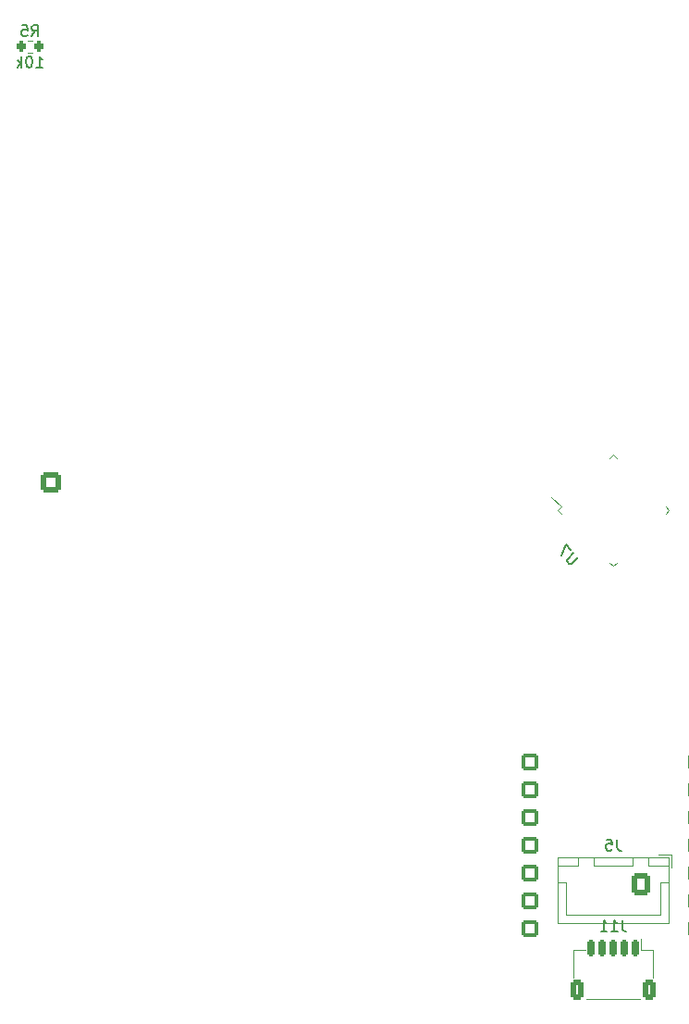
<source format=gbo>
G04 #@! TF.GenerationSoftware,KiCad,Pcbnew,7.0.9*
G04 #@! TF.CreationDate,2024-02-22T22:00:58+08:00*
G04 #@! TF.ProjectId,layer3,6c617965-7233-42e6-9b69-6361645f7063,0.1*
G04 #@! TF.SameCoordinates,Original*
G04 #@! TF.FileFunction,Legend,Bot*
G04 #@! TF.FilePolarity,Positive*
%FSLAX46Y46*%
G04 Gerber Fmt 4.6, Leading zero omitted, Abs format (unit mm)*
G04 Created by KiCad (PCBNEW 7.0.9) date 2024-02-22 22:00:58*
%MOMM*%
%LPD*%
G01*
G04 APERTURE LIST*
G04 Aperture macros list*
%AMRoundRect*
0 Rectangle with rounded corners*
0 $1 Rounding radius*
0 $2 $3 $4 $5 $6 $7 $8 $9 X,Y pos of 4 corners*
0 Add a 4 corners polygon primitive as box body*
4,1,4,$2,$3,$4,$5,$6,$7,$8,$9,$2,$3,0*
0 Add four circle primitives for the rounded corners*
1,1,$1+$1,$2,$3*
1,1,$1+$1,$4,$5*
1,1,$1+$1,$6,$7*
1,1,$1+$1,$8,$9*
0 Add four rect primitives between the rounded corners*
20,1,$1+$1,$2,$3,$4,$5,0*
20,1,$1+$1,$4,$5,$6,$7,0*
20,1,$1+$1,$6,$7,$8,$9,0*
20,1,$1+$1,$8,$9,$2,$3,0*%
G04 Aperture macros list end*
%ADD10C,0.150000*%
%ADD11C,0.120000*%
%ADD12RoundRect,0.250200X0.887643X0.237843X-0.237843X0.887643X-0.887643X-0.237843X0.237843X-0.887643X0*%
%ADD13C,1.800000*%
%ADD14RoundRect,0.250200X0.649800X-0.649800X0.649800X0.649800X-0.649800X0.649800X-0.649800X-0.649800X0*%
%ADD15R,1.700000X1.700000*%
%ADD16O,1.700000X1.700000*%
%ADD17C,6.400000*%
%ADD18RoundRect,0.250200X-0.795839X0.459478X-0.459478X-0.795839X0.795839X-0.459478X0.459478X0.795839X0*%
%ADD19RoundRect,0.250200X0.887643X-0.237843X0.237843X0.887643X-0.887643X0.237843X-0.237843X-0.887643X0*%
%ADD20RoundRect,0.150000X-0.600000X-0.600000X0.600000X-0.600000X0.600000X0.600000X-0.600000X0.600000X0*%
%ADD21RoundRect,0.150000X0.600000X0.600000X-0.600000X0.600000X-0.600000X-0.600000X0.600000X-0.600000X0*%
%ADD22C,2.082800*%
%ADD23RoundRect,0.250200X0.459478X-0.795839X0.795839X0.459478X-0.459478X0.795839X-0.795839X-0.459478X0*%
%ADD24RoundRect,0.250200X-0.237843X0.887643X-0.887643X-0.237843X0.237843X-0.887643X0.887643X0.237843X0*%
%ADD25RoundRect,0.250200X0.795839X0.459478X-0.459478X0.795839X-0.795839X-0.459478X0.459478X-0.795839X0*%
%ADD26C,1.530000*%
%ADD27RoundRect,0.250200X-0.649800X0.649800X-0.649800X-0.649800X0.649800X-0.649800X0.649800X0.649800X0*%
%ADD28RoundRect,0.250200X0.000000X-0.918956X0.918956X0.000000X0.000000X0.918956X-0.918956X0.000000X0*%
%ADD29RoundRect,0.250200X0.649800X0.649800X-0.649800X0.649800X-0.649800X-0.649800X0.649800X-0.649800X0*%
%ADD30C,1.778000*%
%ADD31RoundRect,0.250200X-0.237843X-0.887643X0.887643X-0.237843X0.237843X0.887643X-0.887643X0.237843X0*%
%ADD32RoundRect,0.250200X-0.887643X-0.237843X0.237843X-0.887643X0.887643X0.237843X-0.237843X0.887643X0*%
%ADD33RoundRect,0.250200X0.237843X-0.887643X0.887643X0.237843X-0.237843X0.887643X-0.887643X-0.237843X0*%
%ADD34RoundRect,0.250200X0.459478X0.795839X-0.795839X0.459478X-0.459478X-0.795839X0.795839X-0.459478X0*%
%ADD35RoundRect,0.250200X-0.459478X-0.795839X0.795839X-0.459478X0.459478X0.795839X-0.795839X0.459478X0*%
%ADD36RoundRect,0.250200X-0.887643X0.237843X-0.237843X-0.887643X0.887643X-0.237843X0.237843X0.887643X0*%
%ADD37RoundRect,0.250200X0.000000X0.918956X-0.918956X0.000000X0.000000X-0.918956X0.918956X0.000000X0*%
%ADD38RoundRect,0.250200X0.918956X0.000000X0.000000X0.918956X-0.918956X0.000000X0.000000X-0.918956X0*%
%ADD39RoundRect,0.250200X-0.795839X-0.459478X0.459478X-0.795839X0.795839X0.459478X-0.459478X0.795839X0*%
%ADD40C,3.703200*%
%ADD41C,0.800000*%
%ADD42RoundRect,0.250200X0.237843X0.887643X-0.887643X0.237843X-0.237843X-0.887643X0.887643X-0.237843X0*%
%ADD43RoundRect,0.250200X-0.459478X0.795839X-0.795839X-0.459478X0.459478X-0.795839X0.795839X0.459478X0*%
%ADD44RoundRect,0.250200X-0.649800X-0.649800X0.649800X-0.649800X0.649800X0.649800X-0.649800X0.649800X0*%
%ADD45RoundRect,0.250200X-0.918956X0.000000X0.000000X-0.918956X0.918956X0.000000X0.000000X0.918956X0*%
%ADD46RoundRect,0.250200X0.795839X-0.459478X0.459478X0.795839X-0.795839X0.459478X-0.459478X-0.795839X0*%
%ADD47RoundRect,0.200000X0.200000X0.275000X-0.200000X0.275000X-0.200000X-0.275000X0.200000X-0.275000X0*%
%ADD48RoundRect,0.150000X0.150000X0.625000X-0.150000X0.625000X-0.150000X-0.625000X0.150000X-0.625000X0*%
%ADD49RoundRect,0.250000X0.350000X0.650000X-0.350000X0.650000X-0.350000X-0.650000X0.350000X-0.650000X0*%
%ADD50RoundRect,0.075000X-0.521491X0.415425X0.415425X-0.521491X0.521491X-0.415425X-0.415425X0.521491X0*%
%ADD51RoundRect,0.075000X-0.521491X-0.415425X-0.415425X-0.521491X0.521491X0.415425X0.415425X0.521491X0*%
%ADD52RoundRect,0.250000X0.600000X0.725000X-0.600000X0.725000X-0.600000X-0.725000X0.600000X-0.725000X0*%
%ADD53O,1.700000X1.950000*%
G04 APERTURE END LIST*
D10*
X51766666Y-61624819D02*
X52099999Y-61148628D01*
X52338094Y-61624819D02*
X52338094Y-60624819D01*
X52338094Y-60624819D02*
X51957142Y-60624819D01*
X51957142Y-60624819D02*
X51861904Y-60672438D01*
X51861904Y-60672438D02*
X51814285Y-60720057D01*
X51814285Y-60720057D02*
X51766666Y-60815295D01*
X51766666Y-60815295D02*
X51766666Y-60958152D01*
X51766666Y-60958152D02*
X51814285Y-61053390D01*
X51814285Y-61053390D02*
X51861904Y-61101009D01*
X51861904Y-61101009D02*
X51957142Y-61148628D01*
X51957142Y-61148628D02*
X52338094Y-61148628D01*
X50861904Y-60624819D02*
X51338094Y-60624819D01*
X51338094Y-60624819D02*
X51385713Y-61101009D01*
X51385713Y-61101009D02*
X51338094Y-61053390D01*
X51338094Y-61053390D02*
X51242856Y-61005771D01*
X51242856Y-61005771D02*
X51004761Y-61005771D01*
X51004761Y-61005771D02*
X50909523Y-61053390D01*
X50909523Y-61053390D02*
X50861904Y-61101009D01*
X50861904Y-61101009D02*
X50814285Y-61196247D01*
X50814285Y-61196247D02*
X50814285Y-61434342D01*
X50814285Y-61434342D02*
X50861904Y-61529580D01*
X50861904Y-61529580D02*
X50909523Y-61577200D01*
X50909523Y-61577200D02*
X51004761Y-61624819D01*
X51004761Y-61624819D02*
X51242856Y-61624819D01*
X51242856Y-61624819D02*
X51338094Y-61577200D01*
X51338094Y-61577200D02*
X51385713Y-61529580D01*
X52195238Y-64484819D02*
X52766666Y-64484819D01*
X52480952Y-64484819D02*
X52480952Y-63484819D01*
X52480952Y-63484819D02*
X52576190Y-63627676D01*
X52576190Y-63627676D02*
X52671428Y-63722914D01*
X52671428Y-63722914D02*
X52766666Y-63770533D01*
X51576190Y-63484819D02*
X51480952Y-63484819D01*
X51480952Y-63484819D02*
X51385714Y-63532438D01*
X51385714Y-63532438D02*
X51338095Y-63580057D01*
X51338095Y-63580057D02*
X51290476Y-63675295D01*
X51290476Y-63675295D02*
X51242857Y-63865771D01*
X51242857Y-63865771D02*
X51242857Y-64103866D01*
X51242857Y-64103866D02*
X51290476Y-64294342D01*
X51290476Y-64294342D02*
X51338095Y-64389580D01*
X51338095Y-64389580D02*
X51385714Y-64437200D01*
X51385714Y-64437200D02*
X51480952Y-64484819D01*
X51480952Y-64484819D02*
X51576190Y-64484819D01*
X51576190Y-64484819D02*
X51671428Y-64437200D01*
X51671428Y-64437200D02*
X51719047Y-64389580D01*
X51719047Y-64389580D02*
X51766666Y-64294342D01*
X51766666Y-64294342D02*
X51814285Y-64103866D01*
X51814285Y-64103866D02*
X51814285Y-63865771D01*
X51814285Y-63865771D02*
X51766666Y-63675295D01*
X51766666Y-63675295D02*
X51719047Y-63580057D01*
X51719047Y-63580057D02*
X51671428Y-63532438D01*
X51671428Y-63532438D02*
X51576190Y-63484819D01*
X50814285Y-64484819D02*
X50814285Y-63484819D01*
X50719047Y-64103866D02*
X50433333Y-64484819D01*
X50433333Y-63818152D02*
X50814285Y-64199104D01*
X105809523Y-142474819D02*
X105809523Y-143189104D01*
X105809523Y-143189104D02*
X105857142Y-143331961D01*
X105857142Y-143331961D02*
X105952380Y-143427200D01*
X105952380Y-143427200D02*
X106095237Y-143474819D01*
X106095237Y-143474819D02*
X106190475Y-143474819D01*
X104809523Y-143474819D02*
X105380951Y-143474819D01*
X105095237Y-143474819D02*
X105095237Y-142474819D01*
X105095237Y-142474819D02*
X105190475Y-142617676D01*
X105190475Y-142617676D02*
X105285713Y-142712914D01*
X105285713Y-142712914D02*
X105380951Y-142760533D01*
X103857142Y-143474819D02*
X104428570Y-143474819D01*
X104142856Y-143474819D02*
X104142856Y-142474819D01*
X104142856Y-142474819D02*
X104238094Y-142617676D01*
X104238094Y-142617676D02*
X104333332Y-142712914D01*
X104333332Y-142712914D02*
X104428570Y-142760533D01*
X101787674Y-109289821D02*
X101215254Y-109862241D01*
X101215254Y-109862241D02*
X101114239Y-109895913D01*
X101114239Y-109895913D02*
X101046895Y-109895913D01*
X101046895Y-109895913D02*
X100945880Y-109862241D01*
X100945880Y-109862241D02*
X100811193Y-109727554D01*
X100811193Y-109727554D02*
X100777521Y-109626539D01*
X100777521Y-109626539D02*
X100777521Y-109559195D01*
X100777521Y-109559195D02*
X100811193Y-109458180D01*
X100811193Y-109458180D02*
X101383613Y-108885760D01*
X101114239Y-108616386D02*
X100642834Y-108144982D01*
X100642834Y-108144982D02*
X100238773Y-109155134D01*
X105333333Y-135104819D02*
X105333333Y-135819104D01*
X105333333Y-135819104D02*
X105380952Y-135961961D01*
X105380952Y-135961961D02*
X105476190Y-136057200D01*
X105476190Y-136057200D02*
X105619047Y-136104819D01*
X105619047Y-136104819D02*
X105714285Y-136104819D01*
X104380952Y-135104819D02*
X104857142Y-135104819D01*
X104857142Y-135104819D02*
X104904761Y-135581009D01*
X104904761Y-135581009D02*
X104857142Y-135533390D01*
X104857142Y-135533390D02*
X104761904Y-135485771D01*
X104761904Y-135485771D02*
X104523809Y-135485771D01*
X104523809Y-135485771D02*
X104428571Y-135533390D01*
X104428571Y-135533390D02*
X104380952Y-135581009D01*
X104380952Y-135581009D02*
X104333333Y-135676247D01*
X104333333Y-135676247D02*
X104333333Y-135914342D01*
X104333333Y-135914342D02*
X104380952Y-136009580D01*
X104380952Y-136009580D02*
X104428571Y-136057200D01*
X104428571Y-136057200D02*
X104523809Y-136104819D01*
X104523809Y-136104819D02*
X104761904Y-136104819D01*
X104761904Y-136104819D02*
X104857142Y-136057200D01*
X104857142Y-136057200D02*
X104904761Y-136009580D01*
D11*
X51837258Y-63122500D02*
X51362742Y-63122500D01*
X51837258Y-62077500D02*
X51362742Y-62077500D01*
X108610000Y-147715000D02*
X108610000Y-145215000D01*
X108610000Y-145215000D02*
X107560000Y-145215000D01*
X107560000Y-145215000D02*
X107560000Y-144225000D01*
X107440000Y-149685000D02*
X102560000Y-149685000D01*
X101390000Y-147715000D02*
X101390000Y-145215000D01*
X101390000Y-145215000D02*
X102440000Y-145215000D01*
X105000000Y-99894689D02*
X104681802Y-100212887D01*
X100212887Y-104681802D02*
X99300719Y-103769634D01*
X99894689Y-105000000D02*
X100212887Y-104681802D01*
X105318198Y-100212887D02*
X105000000Y-99894689D01*
X100212887Y-105318198D02*
X99894689Y-105000000D01*
X109787113Y-104681802D02*
X110105311Y-105000000D01*
X104681802Y-109787113D02*
X105000000Y-110105311D01*
X110105311Y-105000000D02*
X109787113Y-105318198D01*
X105000000Y-110105311D02*
X105318198Y-109787113D01*
X110350000Y-136450000D02*
X110350000Y-137700000D01*
X110060000Y-142710000D02*
X99940000Y-142710000D01*
X110060000Y-136740000D02*
X110060000Y-142710000D01*
X110050000Y-139000000D02*
X109300000Y-139000000D01*
X110050000Y-137500000D02*
X108250000Y-137500000D01*
X110050000Y-136750000D02*
X110050000Y-137500000D01*
X109300000Y-141950000D02*
X105000000Y-141950000D01*
X109300000Y-139000000D02*
X109300000Y-141950000D01*
X109100000Y-136450000D02*
X110350000Y-136450000D01*
X108250000Y-137500000D02*
X108250000Y-136750000D01*
X108250000Y-136750000D02*
X110050000Y-136750000D01*
X106750000Y-137500000D02*
X103250000Y-137500000D01*
X106750000Y-136750000D02*
X106750000Y-137500000D01*
X103250000Y-137500000D02*
X103250000Y-136750000D01*
X103250000Y-136750000D02*
X106750000Y-136750000D01*
X101750000Y-137500000D02*
X99950000Y-137500000D01*
X101750000Y-136750000D02*
X101750000Y-137500000D01*
X100700000Y-141950000D02*
X105000000Y-141950000D01*
X100700000Y-139000000D02*
X100700000Y-141950000D01*
X99950000Y-139000000D02*
X100700000Y-139000000D01*
X99950000Y-137500000D02*
X99950000Y-136750000D01*
X99950000Y-136750000D02*
X101750000Y-136750000D01*
X99940000Y-142710000D02*
X99940000Y-136740000D01*
X99940000Y-136740000D02*
X110060000Y-136740000D01*
%LPC*%
D12*
X132937205Y-61691342D03*
D13*
X130737500Y-60421342D03*
X128537795Y-59151342D03*
D14*
X156475000Y-107540000D03*
D13*
X156475000Y-105000000D03*
X156475000Y-102460000D03*
D15*
X72000000Y-88475000D03*
D16*
X72000000Y-91015000D03*
X72000000Y-93555000D03*
D17*
X194350700Y-62573168D03*
D18*
X54621568Y-115869258D03*
D13*
X55278968Y-118322710D03*
X55936368Y-120776162D03*
D17*
X15649300Y-147426832D03*
D19*
X150848658Y-81462205D03*
D13*
X149578658Y-79262500D03*
X148308658Y-77062795D03*
D20*
X112620000Y-143240000D03*
X112620000Y-140700000D03*
X112620000Y-138160000D03*
X112620000Y-135620000D03*
X112620000Y-133080000D03*
X112620000Y-130540000D03*
X112620000Y-128000000D03*
D21*
X97380000Y-128000000D03*
X97380000Y-130540000D03*
X97380000Y-133080000D03*
X97380000Y-135620000D03*
X97380000Y-138160000D03*
X97380000Y-140700000D03*
X97380000Y-143240000D03*
D22*
X147000000Y-100037919D03*
X147000000Y-102755719D03*
X147000000Y-105473519D03*
D23*
X154063632Y-120776162D03*
D13*
X154721032Y-118322710D03*
X155378432Y-115869258D03*
D24*
X61691342Y-77062795D03*
D13*
X60421342Y-79262500D03*
X59151342Y-81462205D03*
D25*
X120776162Y-55936368D03*
D13*
X118322710Y-55278968D03*
X115869258Y-54621568D03*
D26*
X76760000Y-91030000D03*
X76760000Y-93570000D03*
X76760000Y-96110000D03*
X76760000Y-98650000D03*
X92000000Y-93570000D03*
X76760000Y-101190000D03*
X76760000Y-103730000D03*
X76760000Y-106270000D03*
X76760000Y-108810000D03*
X76760000Y-111350000D03*
X76760000Y-113890000D03*
X76760000Y-116430000D03*
X76760000Y-118970000D03*
X76760000Y-121510000D03*
X92000000Y-121510000D03*
X92000000Y-118970000D03*
X92000000Y-116430000D03*
X92000000Y-113890000D03*
X92000000Y-111350000D03*
X92000000Y-108810000D03*
X92000000Y-106270000D03*
X92000000Y-103730000D03*
X92000000Y-101190000D03*
X92000000Y-98650000D03*
X92000000Y-96110000D03*
X76760000Y-88490000D03*
X92000000Y-91030000D03*
X92000000Y-88490000D03*
D17*
X194350700Y-147426832D03*
D27*
X53525000Y-102460000D03*
D13*
X53525000Y-105000000D03*
X53525000Y-107540000D03*
D28*
X139602271Y-143194373D03*
D13*
X141398322Y-141398322D03*
X143194373Y-139602271D03*
D17*
X15649300Y-62573168D03*
D29*
X107540000Y-53525000D03*
D13*
X105000000Y-53525000D03*
X102460000Y-53525000D03*
D30*
X98650000Y-82890000D03*
X101190000Y-82890000D03*
X103730000Y-82890000D03*
X106270000Y-82890000D03*
X108810000Y-82890000D03*
X111350000Y-82890000D03*
X98650000Y-65110000D03*
X101190000Y-65110000D03*
X103730000Y-65110000D03*
X106270000Y-65110000D03*
X108810000Y-65110000D03*
X111350000Y-65110000D03*
D31*
X128537795Y-150848658D03*
D13*
X130737500Y-149578658D03*
X132937205Y-148308658D03*
D32*
X77062795Y-148308658D03*
D13*
X79262500Y-149578658D03*
X81462205Y-150848658D03*
D33*
X148308658Y-132937205D03*
D13*
X149578658Y-130737500D03*
X150848658Y-128537795D03*
D34*
X94130742Y-54621568D03*
D13*
X91677290Y-55278968D03*
X89223838Y-55936368D03*
D35*
X115869258Y-155378432D03*
D13*
X118322710Y-154721032D03*
X120776162Y-154063632D03*
D36*
X59151342Y-128537795D03*
D13*
X60421342Y-130737500D03*
X61691342Y-132937205D03*
D37*
X70397729Y-66805627D03*
D13*
X68601678Y-68601678D03*
X66805627Y-70397729D03*
D38*
X143194373Y-70397729D03*
D13*
X141398322Y-68601678D03*
X139602271Y-66805627D03*
D39*
X89223838Y-154063632D03*
D13*
X91677290Y-154721032D03*
X94130742Y-155378432D03*
D40*
X47600000Y-62600000D03*
X42800000Y-62600000D03*
X38000000Y-62600000D03*
D41*
X99285000Y-122132000D03*
X97587944Y-121429056D03*
X100982056Y-121429056D03*
X96885000Y-119732000D03*
D17*
X99285000Y-119732000D03*
D41*
X101685000Y-119732000D03*
X97587944Y-118034944D03*
X100982056Y-118034944D03*
X99285000Y-117332000D03*
X99285000Y-92668000D03*
X97587944Y-91965056D03*
X100982056Y-91965056D03*
X96885000Y-90268000D03*
D17*
X99285000Y-90268000D03*
D41*
X101685000Y-90268000D03*
X97587944Y-88570944D03*
X100982056Y-88570944D03*
X99285000Y-87868000D03*
D15*
X121383000Y-121256000D03*
D16*
X123923000Y-121256000D03*
X126463000Y-121256000D03*
X129003000Y-121256000D03*
X131543000Y-121256000D03*
X134083000Y-121256000D03*
X136623000Y-121256000D03*
X139163000Y-121256000D03*
X139163000Y-88490000D03*
X136623000Y-88490000D03*
X134083000Y-88490000D03*
X131543000Y-88490000D03*
X129003000Y-88490000D03*
X126463000Y-88490000D03*
X123923000Y-88490000D03*
D15*
X121383000Y-88490000D03*
D42*
X81462205Y-59151342D03*
D13*
X79262500Y-60421342D03*
X77062795Y-61691342D03*
D43*
X55936368Y-89223838D03*
D13*
X55278968Y-91677290D03*
X54621568Y-94130742D03*
D44*
X102460000Y-156475000D03*
D13*
X105000000Y-156475000D03*
X107540000Y-156475000D03*
D45*
X66805627Y-139602271D03*
D13*
X68601678Y-141398322D03*
X70397729Y-143194373D03*
D46*
X155378432Y-94130742D03*
D13*
X154721032Y-91677290D03*
X154063632Y-89223838D03*
D47*
X52425000Y-62600000D03*
X50775000Y-62600000D03*
D48*
X107000000Y-145000000D03*
X106000000Y-145000000D03*
X105000000Y-145000000D03*
X104000000Y-145000000D03*
X103000000Y-145000000D03*
D49*
X108300000Y-148875000D03*
X101700000Y-148875000D03*
D50*
X100112124Y-104001212D03*
X100465678Y-103647658D03*
X100819231Y-103294105D03*
X101172785Y-102940551D03*
X101526338Y-102586998D03*
X101879891Y-102233445D03*
X102233445Y-101879891D03*
X102586998Y-101526338D03*
X102940551Y-101172785D03*
X103294105Y-100819231D03*
X103647658Y-100465678D03*
X104001212Y-100112124D03*
D51*
X105998788Y-100112124D03*
X106352342Y-100465678D03*
X106705895Y-100819231D03*
X107059449Y-101172785D03*
X107413002Y-101526338D03*
X107766555Y-101879891D03*
X108120109Y-102233445D03*
X108473662Y-102586998D03*
X108827215Y-102940551D03*
X109180769Y-103294105D03*
X109534322Y-103647658D03*
X109887876Y-104001212D03*
D50*
X109887876Y-105998788D03*
X109534322Y-106352342D03*
X109180769Y-106705895D03*
X108827215Y-107059449D03*
X108473662Y-107413002D03*
X108120109Y-107766555D03*
X107766555Y-108120109D03*
X107413002Y-108473662D03*
X107059449Y-108827215D03*
X106705895Y-109180769D03*
X106352342Y-109534322D03*
X105998788Y-109887876D03*
D51*
X104001212Y-109887876D03*
X103647658Y-109534322D03*
X103294105Y-109180769D03*
X102940551Y-108827215D03*
X102586998Y-108473662D03*
X102233445Y-108120109D03*
X101879891Y-107766555D03*
X101526338Y-107413002D03*
X101172785Y-107059449D03*
X100819231Y-106705895D03*
X100465678Y-106352342D03*
X100112124Y-105998788D03*
D52*
X107500000Y-139200000D03*
D53*
X105000000Y-139200000D03*
X102500000Y-139200000D03*
%LPD*%
M02*

</source>
